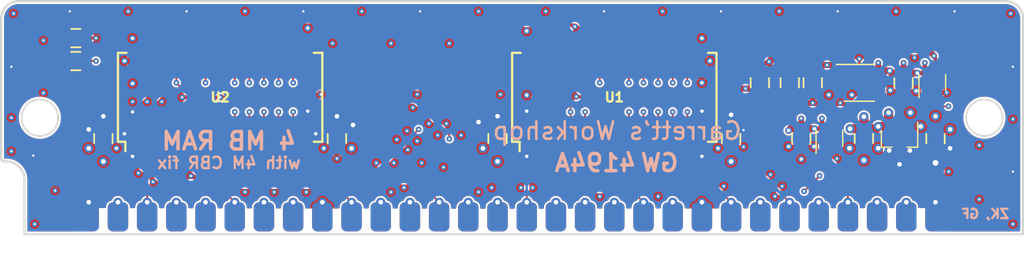
<source format=kicad_pcb>
(kicad_pcb (version 20221018) (generator pcbnew)
  (title_block (title "GW4194A") (date "2023-01-20") (rev "1.1-SOJ-DP") (company "Garrett's Workshop"))
  (layers (0 "F.Cu" signal) (1 "In1.Cu" power) (2 "In2.Cu" signal) (31 "B.Cu" power) (34 "B.Paste" user) (35 "F.Paste" user) (36 "B.SilkS" user "B.Silkscreen") (37 "F.SilkS" user "F.Silkscreen") (38 "B.Mask" user) (39 "F.Mask" user) (44 "Edge.Cuts" user))
  (net 0 "")
  (net 1 "+5V")
  (net 2 "/D0")
  (net 3 "/D1")
  (net 4 "/~{WE}")
  (net 5 "/~{RAS}")
  (net 6 "/~{CAS}")
  (net 7 "/D2")
  (net 8 "/D3")
  (net 9 "GND")
  (net 10 "/D4")
  (net 11 "/D5")
  (net 12 "/D6")
  (net 13 "/A11")
  (net 14 "/D7")
  (net 15 "/QP")
  (net 16 "/~{CASP}")
  (net 17 "/DP")
  (net 18 "/1A0")
  (net 19 "/1A1")
  (net 20 "/1A2")
  (net 21 "/1A3")
  (net 22 "/1A4")
  (net 23 "/1A5")
  (net 24 "/1A6")
  (net 25 "/1A7")
  (net 26 "/1A8")
  (net 27 "/1A10")
  (net 28 "/1A9")
  (net 29 "/~{RWE}")
  (net 30 "/~{OE}")
  (net 31 "/~{WEE}")
  (net 33 "+3V3")
  (net 34 "Net-(R3-Pad2)")
  (net 35 "Net-(R4-Pad2)")
  (net 36 "Net-(C9-Pad1)")
  (footprint "stdpads:C_0805" (layer "F.Cu") (at 85.09 93.257 -90)
    (fp_text reference "C1" hide)
    (fp_text value "2u2" hide)
  )
  (footprint "stdpads:C_0805" (layer "F.Cu") (at 105.41 93.257 -90)
    (fp_text reference "C2" hide)
    (fp_text value "2u2" hide)
  )
  (footprint "stdpads:C_0805" (layer "F.Cu") (at 119.38 93.257 -90)
    (fp_text reference "C3" hide)
    (fp_text value "2u2" hide)
  )
  (footprint "stdpads:C_0805" (layer "F.Cu") (at 157.48 93.257 90)
    (fp_text reference "C5" hide)
    (fp_text value "2u2" hide)
  )
  (footprint "stdpads:SIMM-30_Edge" (layer "F.Cu") (at 120.65 99.822)
    (fp_text reference "J1")
    (fp_text value "DRAM-SIMM-30")
  )
  (footprint "stdpads:R_0805" (layer "F.Cu") (at 82.7 86.5 180)
    (fp_text reference "R1")
    (fp_text value "EDO")
  )
  (footprint "stdpads:R_0805" (layer "F.Cu") (at 82.7 84.5)
    (fp_text reference "R2")
    (fp_text value "FPM")
  )
  (footprint "stdpads:C_0805" (layer "F.Cu") (at 146.8 88.4 -90)
    (fp_text reference "C9")
    (fp_text value "22p")
  )
  (footprint "stdpads:R_0805" (layer "F.Cu") (at 144.8 88.4 -90)
    (fp_text reference "R3")
    (fp_text value "100")
  )
  (footprint "stdpads:NXP_TSSOP-8_3x3mm_P0.65mm" (layer "F.Cu") (at 150.85 88.4)
    (fp_text reference "U4")
    (fp_text value "74LVC1G74DP")
  )
  (footprint "stdpads:SOT-353" (layer "F.Cu") (at 148.25 93.25 -90)
    (fp_text reference "U3")
    (fp_text value "74LVC1G04")
  )
  (footprint "stdpads:SOT-353" (layer "F.Cu") (at 157.2 88.4 -90)
    (fp_text reference "U5")
    (fp_text value "74LVC1G32")
  )
  (footprint "stdpads:C_0805" (layer "F.Cu") (at 154.7 88.4 -90)
    (fp_text reference "C8")
    (fp_text value "2u2")
  )
  (footprint "stdpads:SOT-23" (layer "F.Cu") (at 154.35 93.25 90)
    (fp_text reference "U6")
    (fp_text value "XC6206PxxxMR")
  )
  (footprint "stdpads:C_0805" (layer "F.Cu") (at 151.25 93.25 -90)
    (fp_text reference "C7" hide)
    (fp_text value "2u2" hide)
  )
  (footprint "stdpads:R_0805" (layer "F.Cu") (at 142.2 88.4 90)
    (fp_text reference "R4")
    (fp_text value "100")
  )
  (footprint "stdpads:C_0805" (layer "F.Cu") (at 145.8 93.25 -90)
    (fp_text reference "C6")
    (fp_text value "2u2")
  )
  (footprint "stdpads:SOJ-24-26_300mil" (layer "F.Cu") (at 129.54 89.662 90)
    (fp_text reference "U1")
    (fp_text value "4C4M4")
  )
  (footprint "stdpads:SOJ-24-26_300mil" (layer "F.Cu") (at 95.25 89.662 90)
    (fp_text reference "U2")
    (fp_text value "4C4M4")
  )
  (footprint "stdpads:C_0805" (layer "F.Cu") (at 139.7 93.257 -90)
    (fp_text reference "C4")
    (fp_text value "2u2")
  )
  (gr_circle (center 79.5655 91.44) (end 77.978 91.44) (stroke (width 0.15)) (fill none) (layer "Edge.Cuts"))
  (gr_circle (center 161.7345 91.44) (end 163.322 91.44) (stroke (width 0.15)) (fill none) (layer "Edge.Cuts"))
  (gr_arc (start 163.576 81.28) (mid 164.653631 81.726369) (end 165.1 82.804) (stroke (width 0.2)) (layer "Edge.Cuts"))
  (gr_arc (start 76.2 82.804) (mid 76.646369 81.726369) (end 77.724 81.28) (stroke (width 0.2)) (layer "Edge.Cuts"))
  (gr_line (start 76.6445 95.25) (end 76.454 95.25) (stroke (width 0.2)) (layer "Edge.Cuts"))
  (gr_line (start 78.232 101.6) (end 78.232 96.8375) (stroke (width 0.2)) (layer "Edge.Cuts"))
  (gr_arc (start 76.454 95.25) (mid 76.274395 95.175605) (end 76.2 94.996) (stroke (width 0.2)) (layer "Edge.Cuts"))
  (gr_arc (start 76.6445 95.25) (mid 77.767032 95.714968) (end 78.232 96.8375) (stroke (width 0.2)) (layer "Edge.Cuts"))
  (gr_line (start 76.2 94.996) (end 76.2 82.804) (stroke (width 0.2)) (layer "Edge.Cuts"))
  (gr_line (start 165.1 101.6) (end 78.232 101.6) (stroke (width 0.2)) (layer "Edge.Cuts"))
  (gr_line (start 165.1 82.804) (end 165.1 101.6) (stroke (width 0.2)) (layer "Edge.Cuts"))
  (gr_line (start 77.724 81.28) (end 163.576 81.28) (stroke (width 0.2)) (layer "Edge.Cuts"))
  (gr_text "GW" (at 133.477 95.377) (layer "B.SilkS") (effects (font (size 1.5 1.5) (thickness 0.3)) (justify mirror)))
  (gr_text "4194A" (at 127.889 95.377) (layer "B.SilkS") (effects (font (size 1.5 1.5) (thickness 0.3)) (justify mirror)))
  (gr_text "Garrett’s Workshop" (at 129.794 92.583) (layer "B.SilkS") (effects (font (size 1.524 1.524) (thickness 0.225)) (justify mirror)))
  (gr_text "with 4M CBR fix" (at 96.012 95.377) (layer "B.SilkS") (effects (font (size 1.016 1.016) (thickness 0.2032)) (justify mirror)))
  (gr_text "4 MB RAM" (at 96.012 93.472) (layer "B.SilkS") (effects (font (size 1.524 1.524) (thickness 0.3)) (justify mirror)))
  (gr_text "ZK, GF" (at 161.798 99.822) (layer "B.SilkS") (effects (font (size 0.8128 0.8128) (thickness 0.2032)) (justify mirror)))
  (segment (start 154.35 94.3) (end 155.25 94.3) (width 0.8) (layer "F.Cu") (net 1))
  (segment (start 154.35 94.3) (end 153.45 94.3) (width 0.8) (layer "F.Cu") (net 1))
  (segment (start 154.35 94.3) (end 154.35 95.5) (width 0.8) (layer "F.Cu") (net 1))
  (segment (start 87.63 92.5195) (end 87.63 92.837) (width 0.6) (layer "F.Cu") (net 1))
  (segment (start 155.443 94.107) (end 155.25 94.3) (width 0.8) (layer "F.Cu") (net 1))
  (segment (start 85.09 92.407) (end 87.5175 92.407) (width 0.6) (layer "F.Cu") (net 1))
  (segment (start 87.5175 92.407) (end 87.63 92.5195) (width 0.6) (layer "F.Cu") (net 1))
  (segment (start 105.41 92.407) (end 105.41 91.313) (width 0.762) (layer "F.Cu") (net 1))
  (segment (start 137.209 92.407) (end 137.16 92.456) (width 0.6) (layer "F.Cu") (net 1))
  (segment (start 157.48 98.806) (end 157.48 95.377) (width 1.27) (layer "F.Cu") (net 1))
  (segment (start 139.7 92.407) (end 137.209 92.407) (width 0.6) (layer "F.Cu") (net 1))
  (segment (start 106.475 92.407) (end 106.807 92.075) (width 0.762) (layer "F.Cu") (net 1))
  (segment (start 118.315 92.407) (end 117.729 91.821) (width 0.762) (layer "F.Cu") (net 1))
  (segment (start 121.871 92.407) (end 121.92 92.456) (width 0.6) (layer "F.Cu") (net 1))
  (segment (start 83.869 92.407) (end 83.82 92.456) (width 0.762) (layer "F.Cu") (net 1))
  (segment (start 85.09 92.407) (end 85.09 91.313) (width 0.762) (layer "F.Cu") (net 1))
  (segment (start 137.16 92.456) (end 137.16 92.837) (width 0.6) (layer "F.Cu") (net 1))
  (segment (start 121.92 92.837) (end 121.92 94.8055) (width 0.6) (layer "F.Cu") (net 1))
  (segment (start 157.48 94.107) (end 158.75 94.107) (width 0.8) (layer "F.Cu") (net 1))
  (segment (start 102.87 92.837) (end 103.5685 92.837) (width 0.6) (layer "F.Cu") (net 1))
  (segment (start 137.16 92.837) (end 137.16 94.8055) (width 0.6) (layer "F.Cu") (net 1))
  (segment (start 140.667 92.407) (end 140.7795 92.5195) (width 0.508) (layer "F.Cu") (net 1))
  (segment (start 121.92 92.837) (end 121.92 90.8685) (width 0.6) (layer "F.Cu") (net 1))
  (segment (start 87.63 92.837) (end 86.9315 92.837) (width 0.6) (layer "F.Cu") (net 1))
  (segment (start 87.63 92.837) (end 87.63 94.8055) (width 0.6) (layer "F.Cu") (net 1))
  (segment (start 102.87 92.837) (end 102.87 90.8685) (width 0.6) (layer "F.Cu") (net 1))
  (segment (start 105.41 92.407) (end 106.475 92.407) (width 0.762) (layer "F.Cu") (net 1))
  (segment (start 157.48 94.107) (end 155.443 94.107) (width 0.8) (layer "F.Cu") (net 1))
  (segment (start 157.48 95.377) (end 157.48 94.107) (width 0.762) (layer "F.Cu") (net 1))
  (segment (start 137.16 92.837) (end 137.16 90.8685) (width 0.6) (layer "F.Cu") (net 1))
  (segment (start 102.919 92.407) (end 102.87 92.456) (width 0.6) (layer "F.Cu") (net 1))
  (segment (start 119.38 92.407) (end 118.315 92.407) (width 0.762) (layer "F.Cu") (net 1))
  (segment (start 139.7 92.407) (end 139.7 91.186) (width 0.762) (layer "F.Cu") (net 1))
  (segment (start 105.41 92.407) (end 102.919 92.407) (width 0.6) (layer "F.Cu") (net 1))
  (segment (start 119.38 92.407) (end 121.871 92.407) (width 0.6) (layer "F.Cu") (net 1))
  (segment (start 102.87 92.456) (end 102.87 92.837) (width 0.6) (layer "F.Cu") (net 1))
  (segment (start 87.63 94.112) (end 87.63 90.932) (width 0.6) (layer "F.Cu") (net 1))
  (segment (start 119.38 92.407) (end 119.38 91.313) (width 0.762) (layer "F.Cu") (net 1))
  (segment (start 139.7 92.407) (end 140.667 92.407) (width 0.508) (layer "F.Cu") (net 1))
  (segment (start 87.625 94.107) (end 87.63 94.112) (width 0.508) (layer "F.Cu") (net 1))
  (segment (start 85.09 92.407) (end 83.869 92.407) (width 0.762) (layer "F.Cu") (net 1))
  (segment (start 121.92 92.456) (end 121.92 92.837) (width 0.6) (layer "F.Cu") (net 1))
  (via (at 77.089 86.995) (size 0.508) (drill 0.2) (layers "F.Cu" "B.Cu") (net 1))
  (via (at 164.211 86.995) (size 0.508) (drill 0.2) (layers "F.Cu" "B.Cu") (net 1))
  (via (at 164.211 96.139) (size 0.508) (drill 0.2) (layers "F.Cu" "B.Cu") (net 1))
  (via (at 78.994 94.742) (size 0.508) (drill 0.2) (layers "F.Cu" "B.Cu") (net 1))
  (via (at 159.131 82.169) (size 0.508) (drill 0.2) (layers "F.Cu" "B.Cu") (net 1))
  (via (at 148.971 82.169) (size 0.508) (drill 0.2) (layers "F.Cu" "B.Cu") (net 1))
  (via (at 92.329 82.169) (size 0.508) (drill 0.2) (layers "F.Cu" "B.Cu") (net 1))
  (via (at 102.489 82.169) (size 0.508) (drill 0.2) (layers "F.Cu" "B.Cu") (net 1))
  (via (at 138.811 82.169) (size 0.508) (drill 0.2) (layers "F.Cu" "B.Cu") (net 1))
  (via (at 82.169 82.169) (size 0.508) (drill 0.2) (layers "F.Cu" "B.Cu") (net 1))
  (via (at 112.649 82.169) (size 0.508) (drill 0.2) (layers "F.Cu" "B.Cu") (net 1))
  (via (at 128.651 82.169) (size 0.508) (drill 0.2) (layers "F.Cu" "B.Cu") (net 1))
  (via (at 155.25 94.3) (size 0.8) (drill 0.4) (layers "F.Cu" "B.Cu") (net 1))
  (via (at 154.35 95.5) (size 0.8) (drill 0.4) (layers "F.Cu" "B.Cu") (net 1))
  (via (at 153.45 94.3) (size 0.8) (drill 0.4) (layers "F.Cu" "B.Cu") (net 1))
  (via (at 117.729 91.821) (size 0.8) (drill 0.4) (layers "F.Cu" "B.Cu") (net 1))
  (via (at 102.87 90.8685) (size 0.6) (drill 0.3) (layers "F.Cu" "B.Cu") (net 1))
  (via (at 121.92 90.8685) (size 0.6) (drill 0.3) (layers "F.Cu" "B.Cu") (net 1))
  (via (at 140.7795 92.5195) (size 0.508) (drill 0.2) (layers "F.Cu" "B.Cu") (net 1))
  (via (at 103.5685 92.837) (size 0.6) (drill 0.3) (layers "F.Cu" "B.Cu") (net 1))
  (via (at 87.63 90.932) (size 0.6) (drill 0.3) (layers "F.Cu" "B.Cu") (net 1))
  (via (at 85.09 91.313) (size 0.8) (drill 0.4) (layers "F.Cu" "B.Cu") (net 1))
  (via (at 158.75 94.107) (size 0.8) (drill 0.4) (layers "F.Cu" "B.Cu") (net 1))
  (via (at 106.807 92.075) (size 0.8) (drill 0.4) (layers "F.Cu" "B.Cu") (net 1))
  (via (at 137.16 94.8055) (size 0.6) (drill 0.3) (layers "F.Cu" "B.Cu") (net 1))
  (via (at 87.63 94.8055) (size 0.6) (drill 0.3) (layers "F.Cu" "B.Cu") (net 1))
  (via (at 105.41 91.313) (size 0.8) (drill 0.4) (layers "F.Cu" "B.Cu") (net 1))
  (via (at 86.9315 92.837) (size 0.6) (drill 0.3) (layers "F.Cu" "B.Cu") (net 1))
  (via (at 139.7 91.186) (size 0.8) (drill 0.4) (layers "F.Cu" "B.Cu") (net 1))
  (via (at 83.82 92.456) (size 0.8) (drill 0.4) (layers "F.Cu" "B.Cu") (net 1))
  (via (at 121.92 94.8055) (size 0.6) (drill 0.3) (layers "F.Cu" "B.Cu") (net 1))
  (via (at 137.16 90.8685) (size 0.6) (drill 0.3) (layers "F.Cu" "B.Cu") (net 1))
  (via (at 119.38 91.313) (size 0.8) (drill 0.4) (layers "F.Cu" "B.Cu") (net 1))
  (via (at 157.48 95.377) (size 1) (drill 0.5) (layers "F.Cu" "B.Cu") (net 1))
  (segment (start 88.9 96.266) (end 88.265 95.631) (width 0.1524) (layer "F.Cu") (net 2))
  (segment (start 88.265 89.916) (end 88.9 89.281) (width 0.1524) (layer "F.Cu") (net 2))
  (segment (start 88.9 98.806) (end 88.9 96.266) (width 0.1524) (layer "F.Cu") (net 2))
  (segment (start 88.9 89.281) (end 88.9 85.962) (width 0.1524) (layer "F.Cu") (net 2))
  (segment (start 88.265 95.631) (end 88.265 89.916) (width 0.1524) (layer "F.Cu") (net 2))
  (segment (start 96.52 98.806) (end 95.504 97.79) (width 0.1524) (layer "F.Cu") (net 3))
  (segment (start 95.504 97.79) (end 90.932 97.79) (width 0.1524) (layer "F.Cu") (net 3))
  (segment (start 90.932 97.79) (end 88.9 95.758) (width 0.1524) (layer "F.Cu") (net 3))
  (segment (start 88.9 95.758) (end 88.9 94.112) (width 0.1524) (layer "F.Cu") (net 3))
  (segment (start 156.55 89.25) (end 156.55 90.2) (width 0.1524) (layer "F.Cu") (net 4))
  (segment (start 156.8 90.45) (end 158.6 90.45) (width 0.1524) (layer "F.Cu") (net 4))
  (segment (start 146.7485 97.155) (end 146.05 97.8535) (width 0.1524) (layer "F.Cu") (net 4))
  (segment (start 156.55 90.2) (end 156.8 90.45) (width 0.1524) (layer "F.Cu") (net 4))
  (segment (start 147.4 96.5) (end 146.7485 97.1515) (width 0.1524) (layer "F.Cu") (net 4))
  (segment (start 146.7485 97.1515) (end 146.7485 97.155) (width 0.1524) (layer "F.Cu") (net 4))
  (via (at 146.05 97.8535) (size 0.508) (drill 0.2) (layers "F.Cu" "B.Cu") (net 4))
  (via (at 147.4 96.5) (size 0.508) (drill 0.2) (layers "F.Cu" "B.Cu") (net 4))
  (via (at 158.6 90.45) (size 0.508) (drill 0.2) (layers "F.Cu" "B.Cu") (net 4))
  (segment (start 127 94.112) (end 127 90.932) (width 0.1524) (layer "F.Cu") (net 5))
  (segment (start 112.522 92.456) (end 108.585 96.393) (width 0.1524) (layer "F.Cu") (net 5))
  (segment (start 149.86 96.66) (end 149.86 98.806) (width 0.1524) (layer "F.Cu") (net 5))
  (segment (start 148.25 94.1) (end 148.25 95.05) (width 0.1524) (layer "F.Cu") (net 5))
  (segment (start 108.585 96.393) (end 93.345 96.393) (width 0.1524) (layer "F.Cu") (net 5))
  (segment (start 92.71 95.758) (end 92.71 93.362) (width 0.1524) (layer "F.Cu") (net 5))
  (segment (start 148.25 95.05) (end 149.86 96.66) (width 0.1524) (layer "F.Cu") (net 5))
  (segment (start 93.345 96.393) (end 92.71 95.758) (width 0.1524) (layer "F.Cu") (net 5))
  (segment (start 149.85 100.066) (end 149.86 100.076) (width 0.1524) (layer "F.Cu") (net 5))
  (via (at 127 90.932) (size 0.508) (drill 0.2) (layers "F.Cu" "B.Cu") (net 5))
  (via (at 112.522 92.456) (size 0.508) (drill 0.2) (layers "F.Cu" "B.Cu") (net 5))
  (segment (start 143.5 86.85) (end 143.5 88.05) (width 0.1524) (layer "F.Cu") (net 6))
  (segment (start 138.7 88.4) (end 137.85 89.25) (width 0.1524) (layer "F.Cu") (net 6))
  (segment (start 92.329 89.281) (end 91.44 88.392) (width 0.1524) (layer "F.Cu") (net 6))
  (segment (start 143.15 88.4) (end 138.7 88.4) (width 0.1524) (layer "F.Cu") (net 6))
  (segment (start 114.4905 88.8365) (end 103.759 88.8365) (width 0.1524) (layer "F.Cu") (net 6))
  (segment (start 126.588 89.25) (end 125.73 88.392) (width 0.1524) (layer "F.Cu") (net 6))
  (segment (start 103.759 88.8365) (end 103.3145 89.281) (width 0.1524) (layer "F.Cu") (net 6))
  (segment (start 125.222 83.312) (end 120.015 83.312) (width 0.1524) (layer "F.Cu") (net 6))
  (segment (start 120.015 83.312) (end 114.4905 88.8365) (width 0.1524) (layer "F.Cu") (net 6))
  (segment (start 94.869 89.281) (end 92.329 89.281) (width 0.1524) (layer "F.Cu") (net 6))
  (segment (start 125.73 88.392) (end 125.73 85.212) (width 0.1524) (layer "F.Cu") (net 6))
  (segment (start 150.225 88.075) (end 150.5 87.8) (width 0.1524) (layer "F.Cu") (net 6))
  (segment (start 150.2 86.35) (end 144 86.35) (width 0.1524) (layer "F.Cu") (net 6))
  (segment (start 84.45 86.5) (end 83.65 86.5) (width 0.1524) (layer "F.Cu") (net 6))
  (segment (start 103.3145 89.281) (end 95.631 89.281) (width 0.1524) (layer "F.Cu") (net 6))
  (segment (start 137.85 89.25) (end 126.588 89.25) (width 0.1524) (layer "F.Cu") (net 6))
  (segment (start 95.631 89.281) (end 95.504 89.154) (width 0.1524) (layer "F.Cu") (net 6))
  (segment (start 150.5 86.65) (end 150.2 86.35) (width 0.1524) (layer "F.Cu") (net 6))
  (segment (start 95.504 89.154) (end 94.996 89.154) (width 0.1524) (layer "F.Cu") (net 6))
  (segment (start 125.73 85.212) (end 125.73 83.82) (width 0.1524) (layer "F.Cu") (net 6))
  (segment (start 144 86.35) (end 143.5 86.85) (width 0.1524) (layer "F.Cu") (net 6))
  (segment (start 149.2 88.075) (end 150.225 88.075) (width 0.1524) (layer "F.Cu") (net 6))
  (segment (start 125.73 83.82) (end 125.222 83.312) (width 0.1524) (layer "F.Cu") (net 6))
  (segment (start 91.44 88.392) (end 91.44 85.212) (width 0.1524) (layer "F.Cu") (net 6))
  (segment (start 150.5 87.8) (end 150.5 86.65) (width 0.1524) (layer "F.Cu") (net 6))
  (segment (start 143.5 88.05) (end 143.15 88.4) (width 0.1524) (layer "F.Cu") (net 6))
  (segment (start 94.996 89.154) (end 94.869 89.281) (width 0.1524) (layer "F.Cu") (net 6))
  (via (at 84.45 86.5) (size 0.508) (drill 0.2) (layers "F.Cu" "B.Cu") (net 6))
  (via (at 91.44 88.392) (size 0.508) (drill 0.2) (layers "F.Cu" "B.Cu") (net 6))
  (segment (start 90.17 85.962) (end 90.17 89.281) (width 0.1524) (layer "F.Cu") (net 7))
  (segment (start 105.283 97.409) (end 106.68 98.806) (width 0.1524) (layer "F.Cu") (net 7))
  (segment (start 89.535 95.758) (end 91.186 97.409) (width 0.1524) (layer "F.Cu") (net 7))
  (segment (start 90.17 89.281) (end 89.535 89.916) (width 0.1524) (layer "F.Cu") (net 7))
  (segment (start 91.186 97.409) (end 105.283 97.409) (width 0.1524) (layer "F.Cu") (net 7))
  (segment (start 89.535 89.916) (end 89.535 95.758) (width 0.1524) (layer "F.Cu") (net 7))
  (segment (start 91.44 97.028) (end 112.522 97.028) (width 0.1524) (layer "F.Cu") (net 8))
  (segment (start 90.17 95.758) (end 91.44 97.028) (width 0.1524) (layer "F.Cu") (net 8))
  (segment (start 90.17 94.112) (end 90.17 95.758) (width 0.1524) (layer "F.Cu") (net 8))
  (segment (start 112.522 97.028) (end 114.3 98.806) (width 0.1524) (layer "F.Cu") (net 8))
  (segment (start 155.3 92.2) (end 156.2 92.2) (width 0.8) (layer "F.Cu") (net 9))
  (segment (start 155.3 92.2) (end 155.3 91) (width 0.8) (layer "F.Cu") (net 9))
  (segment (start 146.75 94.1) (end 146.9 93.95) (width 0.6) (layer "F.Cu") (net 9))
  (segment (start 119.38 94.107) (end 118.11 94.107) (width 0.762) (layer "F.Cu") (net 9))
  (segment (start 87.63 86.487) (end 87.63 88.4555) (width 0.6) (layer "F.Cu") (net 9))
  (segment (start 151.25 94.1) (end 151.25 95.15) (width 0.8) (layer "F.Cu") (net 9))
  (segment (start 140.6525 94.107) (end 140.7795 93.98) (width 0.508) (layer "F.Cu") (net 9))
  (segment (start 153.75 89.25) (end 153.55 89.05) (width 0.6) (layer "F.Cu") (net 9))
  (segment (start 154.7 89.25) (end 153.75 89.25) (width 0.6) (layer "F.Cu") (net 9))
  (segment (start 145.8 94.1) (end 146.75 94.1) (width 0.6) (layer "F.Cu") (net 9))
  (segment (start 102.87 86.487) (end 102.87 83.6295) (width 0.6) (layer "F.Cu") (net 9))
  (segment (start 139.7 94.107) (end 138.557 94.107) (width 0.6) (layer "F.Cu") (net 9))
  (segment (start 156.407 92.407) (end 156.2 92.2) (width 0.8) (layer "F.Cu") (net 9))
  (segment (start 148 89.25) (end 148.2 89.45) (width 0.6) (layer "F.Cu") (net 9))
  (segment (start 105.41 94.107) (end 105.41 94.996) (width 0.508) (layer "F.Cu") (net 9))
  (segment (start 119.38 94.107) (end 119.38 95.25) (width 0.762) (layer "F.Cu") (net 9))
  (segment (start 146.8 89.25) (end 148 89.25) (width 0.6) (layer "F.Cu") (net 9))
  (segment (start 121.92 86.487) (end 121.412 86.487) (width 0.6) (layer "F.Cu") (net 9))
  (segment (start 105.41 94.107) (end 106.68 94.107) (width 0.762) (layer "F.Cu") (net 9))
  (segment (start 151.25 94.1) (end 152.5 94.1) (width 0.8) (layer "F.Cu") (net 9))
  (segment (start 102.87 86.487) (end 102.87 88.2015) (width 0.6) (layer "F.Cu") (net 9))
  (segment (start 157.48 92.407) (end 158.701 92.407) (width 0.8) (layer "F.Cu") (net 9))
  (segment (start 85.09 94.107) (end 85.09 95.25) (width 0.762) (layer "F.Cu") (net 9))
  (segment (start 85.09 94.107) (end 83.82 94.107) (width 0.762) (layer "F.Cu") (net 9))
  (segment (start 85.09 94.107) (end 86.233 94.107) (width 0.6) (layer "F.Cu") (net 9))
  (segment (start 144.85 94.1) (end 144.7 93.95) (width 0.6) (layer "F.Cu") (net 9))
  (segment (start 121.92 86.487) (end 121.92 83.8835) (width 0.6) (layer "F.Cu") (net 9))
  (segment (start 83.65 84.5) (end 84.45 84.5) (width 0.1524) (layer "F.Cu") (net 9))
  (segment (start 87.63 86.487) (end 87.63 84.5185) (width 0.6) (layer "F.Cu") (net 9))
  (segment (start 139.7 94.107) (end 139.7 95.25) (width 0.762) (layer "F.Cu") (net 9))
  (segment (start 137.16 86.487) (end 137.8585 86.487) (width 0.6) (layer "F.Cu") (net 9))
  (segment (start 105.41 94.107) (end 104.267 94.107) (width 0.6) (layer "F.Cu") (net 9))
  (segment (start 157.85 89.25) (end 158.45 89.25) (width 0.45) (layer "F.Cu") (net 9))
  (segment (start 137.16 86.487) (end 137.16 84.5185) (width 0.6) (layer "F.Cu") (net 9))
  (segment (start 149.2 89.45) (end 149.2 90.15) (width 0.508) (layer "F.Cu") (net 9))
  (segment (start 145.8 94.1) (end 144.85 94.1) (width 0.6) (layer "F.Cu") (net 9))
  (segment (start 121.92 86.487) (end 121.92 89.4715) (width 0.6) (layer "F.Cu") (net 9))
  (segment (start 154.7 89.25) (end 155.65 89.25) (width 0.6) (layer "F.Cu") (net 9))
  (segment (start 151.25 94.1) (end 150 94.1) (width 0.8) (layer "F.Cu") (net 9))
  (segment (start 102.87 86.487) (end 103.378 86.487) (width 0.6) (layer "F.Cu") (net 9))
  (segment (start 157.48 92.407) (end 156.407 92.407) (width 0.8) (layer "F.Cu") (net 9))
  (segment (start 157.48 92.407) (end 157.48 91.313) (width 0.8) (layer "F.Cu") (net 9))
  (segment (start 145.8 94.1) (end 145.8 95.05) (width 0.6) (layer "F.Cu") (net 9))
  (segment (start 155.65 89.25) (end 155.8 89.1) (width 0.6) (layer "F.Cu") (net 9))
  (segment (start 137.16 85.212) (end 137.16 88.392) (width 0.6) (layer "F.Cu") (net 9))
  (segment (start 146.8 89.25) (end 146.8 90.15) (width 0.508) (layer "F.Cu") (net 9))
  (segment (start 87.63 86.487) (end 86.9315 86.487) (width 0.6) (layer "F.Cu") (net 9))
  (segment (start 149.2 89.45) (end 148.2 89.45) (width 0.6) (layer "F.Cu") (net 9))
  (segment (start 139.7 94.107) (end 140.6525 94.107) (width 0.508) (layer "F.Cu") (net 9))
  (segment (start 148.9 94.1) (end 148.9 95) (width 0.4) (layer "F.Cu") (net 9))
  (segment (start 158.701 92.407) (end 158.75 92.456) (width 0.8) (layer "F.Cu") (net 9))
  (segment (start 149.2 89.45) (end 150.2 89.45) (width 0.6) (layer "F.Cu") (net 9))
  (via (at 112.776 95.377) (size 0.508) (drill 0.2) (layers "F.Cu" "B.Cu") (net 9))
  (via (at 110.617 93.345) (size 0.508) (drill 0.2) (layers "F.Cu" "B.Cu") (net 9))
  (via (at 95.25 89.662) (size 0.508) (drill 0.2) (layers "F.Cu" "B.Cu") (net 9))
  (via (at 112.395 89.408) (size 0.508) (drill 0.2) (layers "F.Cu" "B.Cu") (net 9))
  (via (at 119.634 89.408) (size 0.508) (drill 0.2) (layers "F.Cu" "B.Cu") (net 9))
  (via (at 92.71 96.52) (size 0.508) (drill 0.2) (layers "F.Cu" "B.Cu") (net 9))
  (via (at 111.252 97.536) (size 0.508) (drill 0.2) (layers "F.Cu" "B.Cu") (net 9))
  (via (at 117.729 97.917) (size 0.508) (drill 0.2) (layers "F.Cu" "B.Cu") (net 9))
  (via (at 118.872 97.536) (size 0.508) (drill 0.2) (layers "F.Cu" "B.Cu") (net 9))
  (via (at 139.065 97.409) (size 0.508) (drill 0.2) (layers "F.Cu" "B.Cu") (net 9))
  (via (at 89.408 97.028) (size 0.508) (drill 0.2) (layers "F.Cu" "B.Cu") (net 9))
  (via (at 88.138 96.266) (size 0.508) (drill 0.2) (layers "F.Cu" "B.Cu") (net 9))
  (via (at 114.173 92.964) (size 0.508) (drill 0.2) (layers "F.Cu" "B.Cu") (net 9))
  (via (at 114.935 91.948) (size 0.508) (drill 0.2) (layers "F.Cu" "B.Cu") (net 9))
  (via (at 114.681 95.758) (size 0.508) (drill 0.2) (layers "F.Cu" "B.Cu") (net 9))
  (via (at 144.145 97.409) (size 0.508) (drill 0.2) (layers "F.Cu" "B.Cu") (net 9))
  (via (at 143.129 96.393) (size 0.508) (drill 0.2) (layers "F.Cu" "B.Cu") (net 9))
  (via (at 88.9 90.043) (size 0.508) (drill 0.2) (layers "F.Cu" "B.Cu") (net 9))
  (via (at 87.63 90.043) (size 0.508) (drill 0.2) (layers "F.Cu" "B.Cu") (net 9))
  (via (at 90.17 90.043) (size 0.508) (drill 0.2) (layers "F.Cu" "B.Cu") (net 9))
  (via (at 91.948 89.662) (size 0.508) (drill 0.2) (layers "F.Cu" "B.Cu") (net 9))
  (via (at 126.238 89.5985) (size 0.508) (drill 0.2) (layers "F.Cu" "B.Cu") (net 9))
  (via (at 112.395 93.472) (size 0.508) (drill 0.2) (layers "F.Cu" "B.Cu") (net 9))
  (via (at 113.411 91.948) (size 0.508) (drill 0.2) (layers "F.Cu" "B.Cu") (net 9))
  (via (at 116.205 92.964) (size 0.508) (drill 0.2) (layers "F.Cu" "B.Cu") (net 9))
  (via (at 111.506 92.583) (size 0.508) (drill 0.2) (layers "F.Cu" "B.Cu") (net 9))
  (via (at 121.412 97.536) (size 0.508) (drill 0.2) (layers "F.Cu" "B.Cu") (net 9))
  (via (at 122.428 97.536) (size 0.508) (drill 0.2) (layers "F.Cu" "B.Cu") (net 9))
  (via (at 110.363 95.377) (size 0.508) (drill 0.2) (layers "F.Cu" "B.Cu") (net 9))
  (via (at 164.0205 82.3595) (size 0.508) (drill 0.2) (layers "F.Cu" "B.Cu") (net 9))
  (via (at 164.211 100.711) (size 0.508) (drill 0.2) (layers "F.Cu" "B.Cu") (net 9))
  (via (at 79.121 100.711) (size 0.508) (drill 0.2) (layers "F.Cu" "B.Cu") (net 9))
  (via (at 77.089 94.361) (size 0.508) (drill 0.2) (layers "F.Cu" "B.Cu") (net 9))
  (via (at 77.089 91.44) (size 0.508) (drill 0.2) (layers "F.Cu" "B.Cu") (net 9))
  (via (at 79.883 84.709) (size 0.508) (drill 0.2) (layers "F.Cu" "B.Cu") (net 9))
  (via (at 161.29 93.853) (size 0.508) (drill 0.2) (layers "F.Cu" "B.Cu") (net 9))
  (via (at 161.29 98.552) (size 0.508) (drill 0.2) (layers "F.Cu" "B.Cu") (net 9))
  (via (at 80.899 97.79) (size 0.508) (drill 0.2) (layers "F.Cu" "B.Cu") (net 9))
  (via (at 79.883 89.281) (size 0.508) (drill 0.2) (layers "F.Cu" "B.Cu") (net 9))
  (via (at 133.35 98.298) (size 0.508) (drill 0.2) (layers "F.Cu" "B.Cu") (net 9))
  (via (at 110.109 97.917) (size 0.508) (drill 0.2) (layers "F.Cu" "B.Cu") (net 9))
  (via (at 102.743 97.917) (size 0.508) (drill 0.2) (layers "F.Cu" "B.Cu") (net 9))
  (via (at 99.949 97.917) (size 0.508) (drill 0.2) (layers "F.Cu" "B.Cu") (net 9))
  (via (at 97.409 97.917) (size 0.508) (drill 0.2) (layers "F.Cu" "B.Cu") (net 9))
  (via (at 158.623 96.139) (size 0.508) (drill 0.2) (layers "F.Cu" "B.Cu") (net 9))
  (via (at 111.5695 94.234) (size 0.508) (drill 0.2) (layers "F.Cu" "B.Cu") (net 9))
  (via (at 104.013 89.408) (size 0.508) (drill 0.2) (layers "F.Cu" "B.Cu") (net 9))
  (via (at 108.839 95.377) (size 0.508) (drill 0.2) (layers "F.Cu" "B.Cu") (net 9))
  (via (at 112.014 90.551) (size 0.508) (drill 0.2) (layers "F.Cu" "B.Cu") (net 9))
  (via (at 164.211 91.567) (size 0.508) (drill 0.2) (layers "F.Cu" "B.Cu") (net 9))
  (via (at 77.2795 82.3595) (size 0.508) (drill 0.2) (layers "F.Cu" "B.Cu") (net 9))
  (via (at 154.051 82.169) (size 0.508) (drill 0.2) (layers "F.Cu" "B.Cu") (net 9))
  (via (at 87.249 82.169) (size 0.508) (drill 0.2) (layers "F.Cu" "B.Cu") (net 9))
  (via (at 97.409 82.169) (size 0.508) (drill 0.2) (layers "F.Cu" "B.Cu") (net 9))
  (via (at 143.891 82.169) (size 0.508) (drill 0.2) (layers "F.Cu" "B.Cu") (net 9))
  (via (at 110.109 84.963) (size 0.508) (drill 0.2) (layers "F.Cu" "B.Cu") (net 9))
  (via (at 105.029 84.963) (size 0.508) (drill 0.2) (layers "F.Cu" "B.Cu") (net 9))
  (via (at 115.189 84.963) (size 0.508) (drill 0.2) (layers "F.Cu" "B.Cu") (net 9))
  (via (at 126.111 83.5025) (size 0.508) (drill 0.2) (layers "F.Cu" "B.Cu") (net 9))
  (via (at 107.569 82.169) (size 0.508) (drill 0.2) (layers "F.Cu" "B.Cu") (net 9))
  (via (at 117.729 82.169) (size 0.508) (drill 0.2) (layers "F.Cu" "B.Cu") (net 9))
  (via (at 123.571 82.169) (size 0.508) (drill 0.2) (layers "F.Cu" "B.Cu") (net 9))
  (via (at 133.731 82.169) (size 0.508) (drill 0.2) (layers "F.Cu" "B.Cu") (net 9))
  (via (at 128.27 98.298) (size 0.508) (drill 0.2) (layers "F.Cu" "B.Cu") (net 9))
  (via (at 143.51 98.298) (size 0.508) (drill 0.2) (layers "F.Cu" "B.Cu") (net 9))
  (via (at 157.35 86.05) (size 0.508) (drill 0.2) (layers "F.Cu" "B.Cu") (net 9))
  (via (at 156.2 92.2) (size 0.8) (drill 0.4) (layers "F.Cu" "B.Cu") (net 9))
  (via (at 148.05 86.85) (size 0.508) (drill 0.2) (layers "F.Cu" "B.Cu") (net 9))
  (via (at 155.65 86.2) (size 0.508) (drill 0.2) (layers "F.Cu" "B.Cu") (net 9))
  (via (at 150.85 86.3) (size 0.508) (drill 0.2) (layers "F.Cu" "B.Cu") (net 9))
  (via (at 143 86.55) (size 0.508) (drill 0.2) (layers "F.Cu" "B.Cu") (net 9))
  (via (at 140.95 88.9) (size 0.508) (drill 0.2) (layers "F.Cu" "B.Cu") (net 9))
  (via (at 137.16 84.5185) (size 0.6) (drill 0.3) (layers "F.Cu" "B.Cu") (net 9))
  (via (at 137.16 88.392) (size 0.6) (drill 0.3) (layers "F.Cu" "B.Cu") (net 9))
  (via (at 150 94.1) (size 0.8) (drill 0.4) (layers "F.Cu" "B.Cu") (net 9))
  (via (at 149.2 90.15) (size 0.508) (drill 0.2) (layers "F.Cu" "B.Cu") (net 9))
  (via (at 102.87 83.6295) (size 0.6) (drill 0.3) (layers "F.Cu" "B.Cu") (net 9))
  (via (at 105.41 94.996) (size 0.508) (drill 0.2) (layers "F.Cu" "B.Cu") (net 9))
  (via (at 140.7795 93.98) (size 0.508) (drill 0.2) (layers "F.Cu" "B.Cu") (net 9))
  (via (at 121.92 89.4715) (size 0.6) (drill 0.3) (layers "F.Cu" "B.Cu") (net 9))
  (via (at 84.45 84.5) (size 0.508) (drill 0.2) (layers "F.Cu" "B.Cu") (net 9))
  (via (at 145.8 95.05) (size 0.6) (drill 0.3) (layers "F.Cu" "B.Cu") (net 9))
  (via (at 87.63 84.5185) (size 0.6) (drill 0.3) (layers "F.Cu" "B.Cu") (net 9))
  (via (at 151.25 95.15) (size 0.8) (drill 0.4) (layers "F.Cu" "B.Cu") (net 9))
  (via (at 83.82 94.107) (size 0.8) (drill 0.4) (layers "F.Cu" "B.Cu") (net 9))
  (via (at 119.38 95.25) (size 0.8) (drill 0.4) (layers "F.Cu" "B.Cu") (net 9))
  (via (at 158.75 92.456) (size 0.8) (drill 0.4) (layers "F.Cu" "B.Cu") (net 9))
  (via (at 85.09 95.25) (size 0.8) (drill 0.4) (layers "F.Cu" "B.Cu") (net 9))
  (via (at 148.2 89.45) (size 0.6) (drill 0.3) (layers "F.Cu" "B.Cu") (net 9))
  (via (at 146.9 93.95) (size 0.6) (drill 0.3) (layers "F.Cu" "B.Cu") (net 9))
  (via (at 153.55 89.05) (size 0.6) (drill 0.3) (layers "F.Cu" "B.Cu") (net 9))
  (via (at 121.92 83.8835) (size 0.6) (drill 0.3) (layers "F.Cu" "B.Cu") (net 9))
  (via (at 139.7 95.25) (size 0.8) (drill 0.4) (layers "F.Cu" "B.Cu") (net 9))
  (via (at 86.9315 86.487) (size 0.6) (drill 0.3) (layers "F.Cu" "B.Cu") (net 9))
  (via (at 148.9 95) (size 0.508) (drill 0.2) (layers "F.Cu" "B.Cu") (net 9))
  (via (at 138.557 94.107) (size 0.6) (drill 0.3) (layers "F.Cu" "B.Cu") (net 9))
  (via (at 144.7 93.95) (size 0.6) (drill 0.3) (layers "F.Cu" "B.Cu") (net 9))
  (via (at 157.48 91.313) (size 0.8) (drill 0.4) (layers "F.Cu" "B.Cu") (net 9))
  (via (at 158.45 89.25) (size 0.508) (drill 0.2) (layers "F.Cu" "B.Cu") (net 9))
  (via (at 137.8585 86.487) (size 0.6) (drill 0.3) (layers "F.Cu" "B.Cu") (net 9))
  (via (at 118.11 94.107) (size 0.8) (drill 0.4) (layers "F.Cu" "B.Cu") (net 9))
  (via (at 104.267 94.107) (size 0.6) (drill 0.3) (layers "F.Cu" "B.Cu") (net 9))
  (via (at 150.2 89.45) (size 0.6) (drill 0.3) (layers "F.Cu" "B.Cu") (net 9))
  (via (at 86.233 94.107) (size 0.6) (drill 0.3) (layers "F.Cu" "B.Cu") (net 9))
  (via (at 106.68 94.107) (size 0.8) (drill 0.4) (layers "F.Cu" "B.Cu") (net 9))
  (via (at 87.63 88.4555) (size 0.6) (drill 0.3) (layers "F.Cu" "B.Cu") (net 9))
  (via (at 155.8 89.1) (size 0.6) (drill 0.3) (layers "F.Cu" "B.Cu") (net 9))
  (via (at 155.3 91) (size 0.8) (drill 0.4) (layers "F.Cu" "B.Cu") (net 9))
  (via (at 152.5 94.1) (size 0.8) (drill 0.4) (layers "F.Cu" "B.Cu") (net 9))
  (via (at 146.8 90.15) (size 0.508) (drill 0.2) (layers "F.Cu" "B.Cu") (net 9))
  (segment (start 122.555 95.8215) (end 122.555 89.662) (width 0.1524) (layer "F.Cu") (net 10))
  (segment (start 122.555 95.8215) (end 121.92 96.4565) (width 0.1524) (layer "F.Cu") (net 10))
  (segment (start 123.19 89.027) (end 122.555 89.662) (width 0.1524) (layer "F.Cu") (net 10))
  (segment (start 121.92 96.4565) (end 121.92 98.806) (width 0.1524) (layer "F.Cu") (net 10))
  (segment (start 123.19 85.962) (end 123.19 89.027) (width 0.1524) (layer "F.Cu") (net 10))
  (segment (start 123.19 96.266) (end 124.714 97.79) (width 0.1524) (layer "F.Cu") (net 11))
  (segment (start 123.19 93.362) (end 123.19 96.266) (width 0.1524) (layer "F.Cu") (net 11))
  (segment (start 124.714 97.79) (end 131.064 97.79) (width 0.1524) (layer "F.Cu") (net 11))
  (segment (start 131.064 97.79) (end 132.08 98.806) (width 0.1524) (layer "F.Cu") (net 11))
  (segment (start 124.46 89.027) (end 123.825 89.662) (width 0.1524) (layer "F.Cu") (net 12))
  (segment (start 123.825 89.662) (end 123.825 96.012) (width 0.1524) (layer "F.Cu") (net 12))
  (segment (start 123.825 96.012) (end 124.968 97.155) (width 0.1524) (layer "F.Cu") (net 12))
  (segment (start 138.049 97.155) (end 139.7 98.806) (width 0.1524) (layer "F.Cu") (net 12))
  (segment (start 124.968 97.155) (end 138.049 97.155) (width 0.1524) (layer "F.Cu") (net 12))
  (segment (start 124.46 85.212) (end 124.46 89.027) (width 0.1524) (layer "F.Cu") (net 12))
  (segment (start 124.46 93.362) (end 124.46 95.758) (width 0.1524) (layer "F.Cu") (net 14))
  (segment (start 125.222 96.52) (end 142.494 96.52) (width 0.1524) (layer "F.Cu") (net 14))
  (segment (start 142.494 96.52) (end 144.78 98.806) (width 0.1524) (layer "F.Cu") (net 14))
  (segment (start 124.46 95.758) (end 125.222 96.52) (width 0.1524) (layer "F.Cu") (net 14))
  (segment (start 100.33 94.112) (end 100.33 90.932) (width 0.1524) (layer "F.Cu") (net 18))
  (segment (start 132.08 93.362) (end 132.08 90.932) (width 0.1524) (layer "F.Cu") (net 18))
  (via (at 132.08 90.932) (size 0.508) (drill 0.2) (layers "F.Cu" "B.Cu") (net 18))
  (via (at 100.33 90.932) (size 0.508) (drill 0.2) (layers "F.Cu" "B.Cu") (net 18))
  (segment (start 99.06 90.932) (end 99.06 93.362) (width 0.1524) (layer "F.Cu") (net 19))
  (segment (start 133.35 94.112) (end 133.35 90.932) (width 0.1524) (layer "F.Cu") (net 19))
  (via (at 99.06 90.932) (size 0.508) (drill 0.2) (layers "F.Cu" "B.Cu") (net 19))
  (via (at 133.35 90.932) (size 0.508) (drill 0.2) (layers "F.Cu" "B.Cu") (net 19))
  (segment (start 134.62 94.112) (end 134.62 90.932) (width 0.1524) (layer "F.Cu") (net 20))
  (segment (start 97.79 90.932) (end 97.79 93.362) (width 0.1524) (layer "F.Cu") (net 20))
  (via (at 97.79 90.932) (size 0.508) (drill 0.2) (layers "F.Cu" "B.Cu") (net 20))
  (via (at 134.62 90.932) (size 0.508) (drill 0.2) (layers "F.Cu" "B.Cu") (net 20))
  (segment (start 135.89 94.112) (end 135.89 90.932) (width 0.1524) (layer "F.Cu") (net 21))
  (segment (start 96.52 90.932) (end 96.52 93.362) (width 0.1524) (layer "F.Cu") (net 21))
  (via (at 135.89 90.932) (size 0.508) (drill 0.2) (layers "F.Cu" "B.Cu") (net 21))
  (via (at 96.52 90.932) (size 0.508) (drill 0.2) (layers "F.Cu" "B.Cu") (net 21))
  (segment (start 135.89 85.212) (end 135.89 88.392) (width 0.1524) (layer "F.Cu") (net 22))
  (segment (start 93.98 85.212) (end 93.98 88.392) (width 0.1524) (layer "F.Cu") (net 22))
  (via (at 93.98 88.392) (size 0.508) (drill 0.2) (layers "F.Cu" "B.Cu") (net 22))
  (via (at 135.89 88.392) (size 0.508) (drill 0.2) (layers "F.Cu" "B.Cu") (net 22))
  (segment (start 96.52 88.392) (end 96.52 85.962) (width 0.1524) (layer "F.Cu") (net 23))
  (segment (start 134.62 85.962) (end 134.62 88.392) (width 0.1524) (layer "F.Cu") (net 23))
  (via (at 96.52 88.392) (size 0.508) (drill 0.2) (layers "F.Cu" "B.Cu") (net 23))
  (via (at 134.62 88.392) (size 0.508) (drill 0.2) (layers "F.Cu" "B.Cu") (net 23))
  (segment (start 97.79 88.392) (end 97.79 85.962) (width 0.1524) (layer "F.Cu") (net 24))
  (segment (start 133.35 85.212) (end 133.35 88.392) (width 0.1524) (layer "F.Cu") (net 24))
  (via (at 133.35 88.392) (size 0.508) (drill 0.2) (layers "F.Cu" "B.Cu") (net 24))
  (via (at 97.79 88.392) (size 0.508) (drill 0.2) (layers "F.Cu" "B.Cu") (net 24))
  (segment (start 99.06 88.392) (end 99.06 85.962) (width 0.1524) (layer "F.Cu") (net 25))
  (segment (start 132.08 85.212) (end 132.08 88.392) (width 0.1524) (layer "F.Cu") (net 25))
  (via (at 132.08 88.392) (size 0.508) (drill 0.2) (layers "F.Cu" "B.Cu") (net 25))
  (via (at 99.06 88.392) (size 0.508) (drill 0.2) (layers "F.Cu" "B.Cu") (net 25))
  (segment (start 100.33 85.212) (end 100.33 88.392) (width 0.1524) (layer "F.Cu") (net 26))
  (segment (start 130.81 85.212) (end 130.81 88.392) (width 0.1524) (layer "F.Cu") (net 26))
  (via (at 130.81 88.392) (size 0.508) (drill 0.2) (layers "F.Cu" "B.Cu") (net 26))
  (via (at 100.33 88.392) (size 0.508) (drill 0.2) (layers "F.Cu" "B.Cu") (net 26))
  (segment (start 101.6 94.112) (end 101.6 90.932) (width 0.1524) (layer "F.Cu") (net 27))
  (segment (start 130.81 94.112) (end 130.81 90.932) (width 0.1524) (layer "F.Cu") (net 27))
  (via (at 101.6 90.932) (size 0.508) (drill 0.2) (layers "F.Cu" "B.Cu") (net 27))
  (via (at 130.81 90.932) (size 0.508) (drill 0.2) (layers "F.Cu" "B.Cu") (net 27))
  (segment (start 128.27 85.212) (end 128.27 88.392) (width 0.1524) (layer "F.Cu") (net 28))
  (segment (start 101.6 85.212) (end 101.6 88.392) (width 0.1524) (layer "F.Cu") (net 28))
  (via (at 101.6 88.392) (size 0.508) (drill 0.2) (layers "F.Cu" "B.Cu") (net 28))
  (via (at 128.27 88.392) (size 0.508) (drill 0.2) (layers "F.Cu" "B.Cu") (net 28))
  (segment (start 125.73 94.112) (end 125.73 90.932) (width 0.1524) (layer "F.Cu") (net 29))
  (segment (start 115.189 93.2815) (end 115.189 92.964) (width 0.1524) (layer "F.Cu") (net 29))
  (segment (start 91.44 90.932) (end 91.44 94.112) (width 0.1524) (layer "F.Cu") (net 29))
  (segment (start 126.4285 90.1065) (end 126.0935 90.1065) (width 0.1524) (layer "F.Cu") (net 29))
  (segment (start 94.869 90.043) (end 92.329 90.043) (width 0.1524) (layer "F.Cu") (net 29))
  (segment (start 112.2045 89.9795) (end 95.6945 89.9795) (width 0.1524) (layer "F.Cu") (net 29))
  (segment (start 115.189 92.964) (end 112.2045 89.9795) (width 0.1524) (layer "F.Cu") (net 29))
  (segment (start 125.73 90.47) (end 125.73 90.932) (width 0.1524) (layer "F.Cu") (net 29))
  (segment (start 139.1 89.4) (end 138.5 90) (width 0.1524) (layer "F.Cu") (net 29))
  (segment (start 92.329 90.043) (end 91.44 90.932) (width 0.1524) (layer "F.Cu") (net 29))
  (segment (start 94.996 90.17) (end 94.869 90.043) (width 0.1524) (layer "F.Cu") (net 29))
  (segment (start 142.2 89.35) (end 142.15 89.4) (width 0.1524) (layer "F.Cu") (net 29))
  (segment (start 138.5 90) (end 126.535 90) (width 0.1524) (layer "F.Cu") (net 29))
  (segment (start 126.535 90) (end 126.4285 90.1065) (width 0.1524) (layer "F.Cu") (net 29))
  (segment (start 95.6945 89.9795) (end 95.504 90.17) (width 0.1524) (layer "F.Cu") (net 29))
  (segment (start 142.15 89.4) (end 139.1 89.4) (width 0.1524) (layer "F.Cu") (net 29))
  (segment (start 95.504 90.17) (end 94.996 90.17) (width 0.1524) (layer "F.Cu") (net 29))
  (segment (start 126.0935 90.1065) (end 125.73 90.47) (width 0.1524) (layer "F.Cu") (net 29))
  (via (at 125.73 90.932) (size 0.508) (drill 0.2) (layers "F.Cu" "B.Cu") (net 29))
  (via (at 115.189 93.2815) (size 0.508) (drill 0.2) (layers "F.Cu" "B.Cu") (net 29))
  (segment (start 127 83.66125) (end 127 85.212) (width 0.1524) (layer "F.Cu") (net 30))
  (segment (start 82.1555 82.9945) (end 91.8845 82.9945) (width 0.1524) (layer "F.Cu") (net 30))
  (segment (start 81.75 84.5) (end 81.75 83.4) (width 0.1524) (layer "F.Cu") (net 30))
  (segment (start 92.71 83.82) (end 92.71 85.212) (width 0.1524) (layer "F.Cu") (net 30))
  (segment (start 81.75 84.5) (end 81.75 86.5) (width 0.1524) (layer "F.Cu") (net 30))
  (segment (start 81.75 83.4) (end 82.1555 82.9945) (width 0.1524) (layer "F.Cu") (net 30))
  (segment (start 91.8845 82.9945) (end 92.71 83.82) (width 0.1524) (layer "F.Cu") (net 30))
  (segment (start 126.33325 82.9945) (end 127 83.66125) (width 0.1524) (layer "F.Cu") (net 30))
  (segment (start 93.5355 82.9945) (end 126.33325 82.9945) (width 0.1524) (layer "F.Cu") (net 30))
  (segment (start 92.71 83.82) (end 93.5355 82.9945) (width 0.1524) (layer "F.Cu") (net 30))
  (segment (start 151.2 86.65) (end 152.15 85.7) (width 0.1524) (layer "F.Cu") (net 31))
  (segment (start 157.2 86.6) (end 157.2 89.25) (width 0.1524) (layer "F.Cu") (net 31))
  (segment (start 156.3 85.7) (end 157.2 86.6) (width 0.1524) (layer "F.Cu") (net 31))
  (segment (start 150.525 88.725) (end 151.2 88.05) (width 0.1524) (layer "F.Cu") (net 31))
  (segment (start 151.2 88.05) (end 151.2 86.65) (width 0.1524) (layer "F.Cu") (net 31))
  (segment (start 149.2 88.725) (end 150.525 88.725) (width 0.1524) (layer "F.Cu") (net 31))
  (segment (start 152.15 85.7) (end 156.3 85.7) (width 0.1524) (layer "F.Cu") (net 31))
  (segment (start 153.275 88.075) (end 153.5 87.85) (width 0.1524) (layer "F.Cu") (net 33))
  (segment (start 154.7 87.55) (end 154.7 86.65) (width 0.508) (layer "F.Cu") (net 33))
  (segment (start 156.55 87.55) (end 156.55 86.65) (width 0.4) (layer "F.Cu") (net 33))
  (segment (start 152.5 88.075) (end 153.275 88.075) (width 0.1524) (layer "F.Cu") (net 33))
  (segment (start 152.5 87.35) (end 152.5 86.65) (width 0.508) (layer "F.Cu") (net 33))
  (segment (start 147.6 92.4) (end 146.95 92.4) (width 0.4) (layer "F.Cu") (net 33))
  (segment (start 153.7 87.55) (end 153.5 87.35) (width 0.6) (layer "F.Cu") (net 33))
  (segment (start 147.6 92.4) (end 147.6 91.5) (width 0.4) (layer "F.Cu") (net 33))
  (segment (start 151.25 92.4) (end 151.25 91.35) (width 0.8) (layer "F.Cu") (net 33))
  (segment (start 153.5 87.85) (end 153.5 87.35) (width 0.1524) (layer "F.Cu") (net 33))
  (segment (start 153.4 92.2) (end 153.4 91) (width 0.8) (layer "F.Cu") (net 33))
  (segment (start 152.3 92.4) (end 152.5 92.2) (width 0.8) (layer "F.Cu") (net 33))
  (segment (start 151.25 92.4) (end 152.3 92.4) (width 0.8) (layer "F.Cu") (net 33))
  (segment (start 152.5 87.35) (end 153.5 87.35) (width 0.6) (layer "F.Cu") (net 33))
  (segment (start 151.25 92.4) (end 150.05 92.4) (width 0.8) (layer "F.Cu") (net 33))
  (segment (start 153.7 87.65) (end 153.7 87.55) (width 0.1524) (layer "F.Cu") (net 33))
  (segment (start 154.7 87.55) (end 153.7 87.55) (width 0.6) (layer "F.Cu") (net 33))
  (segment (start 153.5 87.85) (end 153.7 87.65) (width 0.1524) (layer "F.Cu") (net 33))
  (segment (start 145.8 92.4) (end 144.85 92.4) (width 0.6) (layer "F.Cu") (net 33))
  (segment (start 145.8 92.4) (end 145.8 91.5) (width 0.508) (layer "F.Cu") (net 33))
  (segment (start 145.8 92.4) (end 146.95 92.4) (width 0.6) (layer "F.Cu") (net 33))
  (segment (start 154.7 87.55) (end 155.9 87.55) (width 0.6) (layer "F.Cu") (net 33))
  (segment (start 153.4 92.2) (end 152.5 92.2) (width 0.8) (layer "F.Cu") (net 33))
  (segment (start 144.85 92.4) (end 144.7 92.55) (width 0.6) (layer "F.Cu") (net 33))
  (segment (start 156.55 87.55) (end 155.9 87.55) (width 0.4) (layer "F.Cu") (net 33))
  (via (at 146.95 92.4) (size 0.6) (drill 0.3) (layers "F.Cu" "B.Cu") (net 33))
  (via (at 147.6 91.5) (size 0.508) (drill 0.2) (layers "F.Cu" "B.Cu") (net 33))
  (via (at 154.7 86.65) (size 0.508) (drill 0.2) (layers "F.Cu" "B.Cu") (net 33))
  (via (at 150.05 92.4) (size 0.8) (drill 0.4) (layers "F.Cu" "B.Cu") (net 33))
  (via (at 145.8 91.5) (size 0.508) (drill 0.2) (layers "F.Cu" "B.Cu") (net 33))
  (via (at 153.4 91) (size 0.8) (drill 0.4) (layers "F.Cu" "B.Cu") (net 33))
  (via (at 152.5 86.65) (size 0.508) (drill 0.2) (layers "F.Cu" "B.Cu") (net 33))
  (via (at 144.7 92.55) (size 0.6) (drill 0.3) (layers "F.Cu" "B.Cu") (net 33))
  (via (at 152.5 92.2) (size 0.8) (drill 0.4) (layers "F.Cu" "B.Cu") (net 33))
  (via (at 156.55 86.65) (size 0.508) (drill 0.2) (layers "F.Cu" "B.Cu") (net 33))
  (via (at 151.25 91.35) (size 0.8) (drill 0.4) (layers "F.Cu" "B.Cu") (net 33))
  (via (at 153.5 87.35) (size 0.6) (drill 0.3) (layers "F.Cu" "B.Cu") (net 33))
  (via (at 155.9 87.55) (size 0.6) (drill 0.3) (layers "F.Cu" "B.Cu") (net 33))
  (segment (start 148.9 90.8) (end 148.75 90.65) (width 0.1524) (layer "F.Cu") (net 34))
  (segment (start 151.775 88.725) (end 149.85 90.65) (width 0.1524) (layer "F.Cu") (net 34))
  (segment (start 148.75 90.65) (end 145.3 90.65) (width 0.1524) (layer "F.Cu") (net 34))
  (segment (start 148.9 92.4) (end 148.9 90.8) (width 0.1524) (layer "F.Cu") (net 34))
  (segment (start 152.5 88.725) (end 151.775 88.725) (width 0.1524) (layer "F.Cu") (net 34))
  (segment (start 145.3 90.65) (end 144.8 90.15) (width 0.1524) (layer "F.Cu") (net 34))
  (segment (start 149.85 90.65) (end 149.05 90.65) (width 0.1524) (layer "F.Cu") (net 34))
  (segment (start 149.05 90.65) (end 148.75 90.65) (width 0.1524) (layer "F.Cu") (net 34))
  (segment (start 144.8 90.15) (end 144.8 89.35) (width 0.1524) (layer "F.Cu") (net 34))
  (segment (start 148.9 90.8) (end 149.05 90.65) (width 0.1524) (layer "F.Cu") (net 34))
  (segment (start 157.85 85.85) (end 156.95 84.95) (width 0.1524) (layer "F.Cu") (net 35))
  (segment (start 142.2 86.6) (end 142.2 87.45) (width 0.1524) (layer "F.Cu") (net 35))
  (segment (start 157.85 87.55) (end 157.85 85.85) (width 0.1524) (layer "F.Cu") (net 35))
  (segment (start 156.95 84.95) (end 143.85 84.95) (width 0.1524) (layer "F.Cu") (net 35))
  (segment (start 143.85 84.95) (end 142.2 86.6) (width 0.1524) (layer "F.Cu") (net 35))
  (segment (start 146.7 87.45) (end 146.8 87.55) (width 0.1524) (layer "F.Cu") (net 36))
  (segment (start 147 87.35) (end 146.8 87.55) (width 0.1524) (layer "F.Cu") (net 36))
  (segment (start 144.8 87.45) (end 146.7 87.45) (width 0.1524) (layer "F.Cu") (net 36))
  (segment (start 149.2 87.35) (end 147 87.35) (width 0.1524) (layer "F.Cu") (net 36))
  (zone (net 9) (net_name "GND") (layer "F.Cu") (connect_pads (clearance 0.1524)) (min_thickness 0.1524) (fill yes (thermal_gap 0.1524) (thermal_bridge_width 0.3))
    (polygon (pts (xy 76.2 81.28) (xy 165.1 81.28) (xy 165.1 101.6) (xy 76.2 101.6)))
  )
  (zone (net 0) (net_name "") (layers "F&B.Cu") (connect_pads (clearance 0)) (min_thickness 0.254)
    (keepout (tracks allowed) (vias allowed) (pads allowed) (copperpour not_allowed) (footprints allowed))
    (fill (thermal_gap 0.508) (thermal_bridge_width 0.508))
    (polygon (pts (xy 157.48 101.6) (xy 83.82 101.6) (xy 82.931 99.314) (xy 119.761 99.3775) (xy 158.369 99.314)))
  )
  (zone (net 1) (net_name "+5V") (layer "B.Cu") (connect_pads (clearance 0.1524)) (min_thickness 0.1524) (fill yes (thermal_gap 0.1524) (thermal_bridge_width 0.3))
    (polygon (pts (xy 76.2 81.28) (xy 165.1 81.28) (xy 165.1 101.6) (xy 76.2 101.6)))
  )
)
</source>
